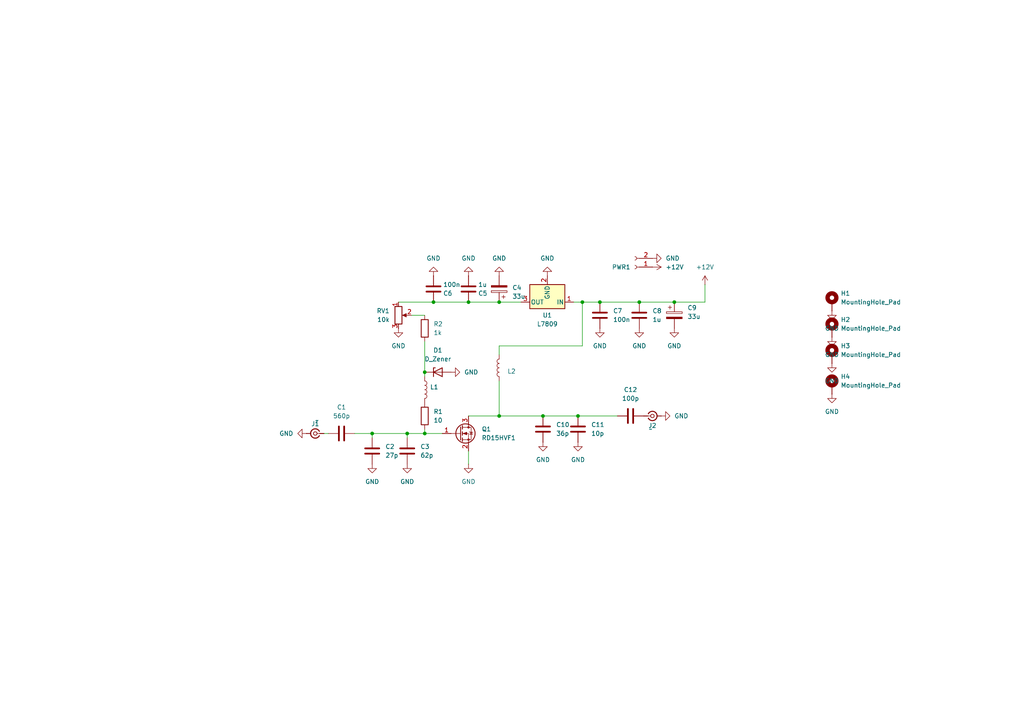
<source format=kicad_sch>
(kicad_sch (version 20231120) (generator "eeschema") (generator_version "8.0")
  (paper "A4")
  (lib_symbols
    (symbol "Connector:Conn_01x02_Socket" (pin_names (offset 1.016) hide)
      (property "Reference" "J" (at 0 2.54 0))
      (property "Value" "Conn_01x02_Socket" (at 0 -5.08 0))
      (symbol "Conn_01x02_Socket_1_1"
        (arc (start 0 -2.032) (mid -0.5058 -2.54) (end 0 -3.048) (stroke (width 0.1524)))
        (polyline (pts (xy -1.27 -2.54) (xy -0.508 -2.54)) (stroke (width 0.1524)))
        (polyline (pts (xy -1.27 0) (xy -0.508 0)) (stroke (width 0.1524)))
        (arc (start 0 0.508) (mid -0.5058 0) (end 0 -0.508) (stroke (width 0.1524)))
        (pin passive line (at -5.08 0 0) (length 3.81) (name "Pin_1") (number "1"))
        (pin passive line (at -5.08 -2.54 0) (length 3.81) (name "Pin_2") (number "2"))
      )
    )
    (symbol "Connector:Conn_Coaxial_Small" (pin_numbers hide) (pin_names (offset 1.016) hide)
      (property "Reference" "J" (at 0.254 3.048 0))
      (property "Value" "Conn_Coaxial_Small" (at 0 -3.81 0))
      (symbol "Conn_Coaxial_Small_0_1"
        (polyline (pts (xy -2.54 0) (xy -0.508 0)))
        (circle (center 0 0) (radius 0.508) (stroke (width 0.2032)))
      )
      (symbol "Conn_Coaxial_Small_1_1"
        (arc (start -1.1916 -0.6311) (mid 0.327 -1.3081) (end 1.3484 0.0039) (stroke (width 0.3048)))
        (arc (start 1.3484 -0.0039) (mid 0.327 1.3081) (end -1.1916 0.6311) (stroke (width 0.3048)))
        (pin passive line (at -2.54 0 0) (length 1.27) (name "In") (number "1"))
        (pin passive line (at 2.54 0 180) (length 1.27) (name "Ext") (number "2"))
      )
    )
    (symbol "Device:C" (pin_numbers hide) (pin_names (offset 0.254))
      (property "Reference" "C" (at 0.635 2.54 0))
      (property "Value" "C" (at 0.635 -2.54 0))
      (symbol "C_0_1"
        (polyline (pts (xy -2.032 -0.762) (xy 2.032 -0.762)) (stroke (width 0.508)))
        (polyline (pts (xy -2.032 0.762) (xy 2.032 0.762)) (stroke (width 0.508)))
      )
      (symbol "C_1_1"
        (pin passive line (at 0 3.81 270) (length 2.794) (name "~") (number "1"))
        (pin passive line (at 0 -3.81 90) (length 2.794) (name "~") (number "2"))
      )
    )
    (symbol "Device:C_Polarized" (pin_numbers hide) (pin_names (offset 0.254))
      (property "Reference" "C" (at 0.635 2.54 0))
      (property "Value" "C_Polarized" (at 0.635 -2.54 0))
      (symbol "C_Polarized_0_1"
        (rectangle (start -2.286 0.508) (end 2.286 1.016))
        (polyline (pts (xy -1.778 2.286) (xy -0.762 2.286)))
        (polyline (pts (xy -1.27 2.794) (xy -1.27 1.778)))
        (rectangle (start 2.286 -0.508) (end -2.286 -1.016) (fill (type outline)))
      )
      (symbol "C_Polarized_1_1"
        (pin passive line (at 0 3.81 270) (length 2.794) (name "~") (number "1"))
        (pin passive line (at 0 -3.81 90) (length 2.794) (name "~") (number "2"))
      )
    )
    (symbol "Device:D_Zener" (pin_numbers hide) (pin_names (offset 1.016) hide)
      (property "Reference" "D" (at 0 2.54 0))
      (property "Value" "D_Zener" (at 0 -2.54 0))
      (symbol "D_Zener_0_1"
        (polyline (pts (xy 1.27 0) (xy -1.27 0)))
        (polyline (pts (xy -1.27 -1.27) (xy -1.27 1.27) (xy -0.762 1.27)) (stroke (width 0.254)))
        (polyline (pts (xy 1.27 -1.27) (xy 1.27 1.27) (xy -1.27 0) (xy 1.27 -1.27)) (stroke (width 0.254)))
      )
      (symbol "D_Zener_1_1"
        (pin passive line (at -3.81 0 0) (length 2.54) (name "K") (number "1"))
        (pin passive line (at 3.81 0 180) (length 2.54) (name "A") (number "2"))
      )
    )
    (symbol "Device:L" (pin_numbers hide) (pin_names (offset 1.016) hide)
      (property "Reference" "L" (at -1.27 0 90))
      (property "Value" "L" (at 1.905 0 90))
      (symbol "L_0_1"
        (arc (start 0 -2.54) (mid 0.6323 -1.905) (end 0 -1.27))
        (arc (start 0 -1.27) (mid 0.6323 -0.635) (end 0 0))
        (arc (start 0 0) (mid 0.6323 0.635) (end 0 1.27))
        (arc (start 0 1.27) (mid 0.6323 1.905) (end 0 2.54))
      )
      (symbol "L_1_1"
        (pin passive line (at 0 3.81 270) (length 1.27) (name "1") (number "1"))
        (pin passive line (at 0 -3.81 90) (length 1.27) (name "2") (number "2"))
      )
    )
    (symbol "Device:Q_NMOS_GSD" (pin_names (offset 0) hide)
      (property "Reference" "Q" (at 5.08 1.27 0))
      (property "Value" "Q_NMOS_GSD" (at 5.08 -1.27 0))
      (symbol "Q_NMOS_GSD_0_1"
        (polyline (pts (xy 0.254 0) (xy -2.54 0)))
        (polyline (pts (xy 0.254 1.905) (xy 0.254 -1.905)) (stroke (width 0.254)))
        (polyline (pts (xy 0.762 -1.27) (xy 0.762 -2.286)) (stroke (width 0.254)))
        (polyline (pts (xy 0.762 0.508) (xy 0.762 -0.508)) (stroke (width 0.254)))
        (polyline (pts (xy 0.762 2.286) (xy 0.762 1.27)) (stroke (width 0.254)))
        (polyline (pts (xy 2.54 2.54) (xy 2.54 1.778)))
        (polyline (pts (xy 2.54 -2.54) (xy 2.54 0) (xy 0.762 0)))
        (polyline (pts (xy 0.762 -1.778) (xy 3.302 -1.778) (xy 3.302 1.778) (xy 0.762 1.778)))
        (polyline (pts (xy 1.016 0) (xy 2.032 0.381) (xy 2.032 -0.381) (xy 1.016 0)) (fill (type outline)))
        (polyline (pts (xy 2.794 0.508) (xy 2.921 0.381) (xy 3.683 0.381) (xy 3.81 0.254)))
        (polyline (pts (xy 3.302 0.381) (xy 2.921 -0.254) (xy 3.683 -0.254) (xy 3.302 0.381)))
        (circle (center 1.651 0) (radius 2.794) (stroke (width 0.254)))
        (circle (center 2.54 -1.778) (radius 0.254) (fill (type outline)))
        (circle (center 2.54 1.778) (radius 0.254) (fill (type outline)))
      )
      (symbol "Q_NMOS_GSD_1_1"
        (pin input line (at -5.08 0 0) (length 2.54) (name "G") (number "1"))
        (pin passive line (at 2.54 -5.08 90) (length 2.54) (name "S") (number "2"))
        (pin passive line (at 2.54 5.08 270) (length 2.54) (name "D") (number "3"))
      )
    )
    (symbol "Device:R" (pin_numbers hide) (pin_names (offset 0))
      (property "Reference" "R" (at 2.032 0 90))
      (property "Value" "R" (at 0 0 90))
      (symbol "R_0_1"
        (rectangle (start -1.016 -2.54) (end 1.016 2.54) (stroke (width 0.254)))
      )
      (symbol "R_1_1"
        (pin passive line (at 0 3.81 270) (length 1.27) (name "~") (number "1"))
        (pin passive line (at 0 -3.81 90) (length 1.27) (name "~") (number "2"))
      )
    )
    (symbol "Device:R_Potentiometer" (pin_names (offset 1.016) hide)
      (property "Reference" "RV" (at -4.445 0 90))
      (property "Value" "R_Potentiometer" (at -2.54 0 90))
      (symbol "R_Potentiometer_0_1"
        (polyline (pts (xy 2.54 0) (xy 1.524 0)))
        (polyline (pts (xy 1.143 0) (xy 2.286 0.508) (xy 2.286 -0.508) (xy 1.143 0)) (fill (type outline)))
        (rectangle (start 1.016 2.54) (end -1.016 -2.54) (stroke (width 0.254)))
      )
      (symbol "R_Potentiometer_1_1"
        (pin passive line (at 0 3.81 270) (length 1.27) (name "1") (number "1"))
        (pin passive line (at 3.81 0 180) (length 1.27) (name "2") (number "2"))
        (pin passive line (at 0 -3.81 90) (length 1.27) (name "3") (number "3"))
      )
    )
    (symbol "Mechanical:MountingHole_Pad" (pin_numbers hide) (pin_names (offset 1.016) hide) (exclude_from_sim yes) (in_bom no)
      (property "Reference" "H" (at 0 6.35 0))
      (property "Value" "MountingHole_Pad" (at 0 4.445 0))
      (symbol "MountingHole_Pad_0_1"
        (circle (center 0 1.27) (radius 1.27) (stroke (width 1.27)))
      )
      (symbol "MountingHole_Pad_1_1"
        (pin input line (at 0 -2.54 90) (length 2.54) (name "1") (number "1"))
      )
    )
    (symbol "Regulator_Linear:L7809" (pin_names (offset 0.254))
      (property "Reference" "U" (at -3.81 3.175 0))
      (property "Value" "L7809" (at 0 3.175 0))
      (symbol "L7809_0_1"
        (rectangle (start -5.08 1.905) (end 5.08 -5.08) (stroke (width 0.254)) (fill (type background)))
      )
      (symbol "L7809_1_1"
        (pin power_in line (at -7.62 0 0) (length 2.54) (name "IN") (number "1"))
        (pin power_in line (at 0 -7.62 90) (length 2.54) (name "GND") (number "2"))
        (pin power_out line (at 7.62 0 180) (length 2.54) (name "OUT") (number "3"))
      )
    )
    (symbol "power:+12V" (power) (pin_numbers hide) (pin_names (offset 0) hide)
      (property "Value" "+12V" (at 0 3.556 0))
      (symbol "+12V_0_1"
        (polyline (pts (xy -0.762 1.27) (xy 0 2.54)))
        (polyline (pts (xy 0 0) (xy 0 2.54)))
        (polyline (pts (xy 0 2.54) (xy 0.762 1.27)))
      )
      (symbol "+12V_1_1"
        (pin power_in line (at 0 0 90) (length 0) (name "~") (number "1"))
      )
    )
    (symbol "power:GND" (power) (pin_numbers hide) (pin_names (offset 0) hide)
      (property "Value" "GND" (at 0 -3.81 0))
      (symbol "GND_0_1"
        (polyline (pts (xy 0 0) (xy 0 -1.27) (xy 1.27 -1.27) (xy 0 -2.54) (xy -1.27 -1.27) (xy 0 -1.27)))
      )
      (symbol "GND_1_1"
        (pin power_in line (at 0 0 270) (length 0) (name "~") (number "1"))
      )
    )
  )
  (junction (at 144.78 87.63))
  (junction (at 135.89 87.63))
  (junction (at 123.19 125.73))
  (junction (at 107.95 125.73))
  (junction (at 125.73 87.63))
  (junction (at 144.78 120.65))
  (junction (at 185.42 87.63))
  (junction (at 168.91 87.63))
  (junction (at 118.11 125.73))
  (junction (at 167.64 120.65))
  (junction (at 173.99 87.63))
  (junction (at 195.58 87.63))
  (junction (at 157.48 120.65))
  (junction (at 123.19 107.95))
  (wire (pts (xy 93.98 125.73) (xy 95.25 125.73)))
  (wire (pts (xy 144.78 110.49) (xy 144.78 120.65)))
  (wire (pts (xy 166.37 87.63) (xy 168.91 87.63)))
  (wire (pts (xy 135.89 134.62) (xy 135.89 130.81)))
  (wire (pts (xy 204.47 82.55) (xy 204.47 87.63)))
  (wire (pts (xy 144.78 120.65) (xy 157.48 120.65)))
  (wire (pts (xy 168.91 87.63) (xy 173.99 87.63)))
  (wire (pts (xy 123.19 107.95) (xy 123.19 99.06)))
  (wire (pts (xy 144.78 100.33) (xy 144.78 102.87)))
  (wire (pts (xy 123.19 125.73) (xy 128.27 125.73)))
  (wire (pts (xy 115.57 87.63) (xy 125.73 87.63)))
  (wire (pts (xy 123.19 109.22) (xy 123.19 107.95)))
  (wire (pts (xy 123.19 124.46) (xy 123.19 125.73)))
  (wire (pts (xy 167.64 120.65) (xy 179.07 120.65)))
  (wire (pts (xy 107.95 125.73) (xy 118.11 125.73)))
  (wire (pts (xy 119.38 91.44) (xy 123.19 91.44)))
  (wire (pts (xy 135.89 120.65) (xy 144.78 120.65)))
  (wire (pts (xy 168.91 87.63) (xy 168.91 100.33)))
  (wire (pts (xy 135.89 87.63) (xy 144.78 87.63)))
  (wire (pts (xy 185.42 87.63) (xy 195.58 87.63)))
  (wire (pts (xy 118.11 125.73) (xy 123.19 125.73)))
  (wire (pts (xy 102.87 125.73) (xy 107.95 125.73)))
  (wire (pts (xy 118.11 125.73) (xy 118.11 127)))
  (wire (pts (xy 168.91 100.33) (xy 144.78 100.33)))
  (wire (pts (xy 173.99 87.63) (xy 185.42 87.63)))
  (wire (pts (xy 157.48 120.65) (xy 167.64 120.65)))
  (wire (pts (xy 195.58 87.63) (xy 204.47 87.63)))
  (wire (pts (xy 125.73 87.63) (xy 135.89 87.63)))
  (wire (pts (xy 107.95 125.73) (xy 107.95 127)))
  (wire (pts (xy 144.78 87.63) (xy 151.13 87.63)))
  (symbol (lib_id "power:GND") (at 144.78 80.01 0) (mirror x) (unit 1)
    (property "Reference" "#PWR06" (effects (hide yes)))
    (property "Value" "GND" (at 144.78 74.93 0))
    (property "Description" "Power symbol creates a global label with name \"GND\" , ground" (effects (hide yes)))
  )
  (symbol (lib_id "power:GND") (at 241.3 97.79 0) (unit 1)
    (property "Reference" "#PWR022" (effects (hide yes)))
    (property "Value" "GND" (at 241.3 102.87 0))
    (property "Description" "Power symbol creates a global label with name \"GND\" , ground" (effects (hide yes)))
  )
  (symbol (lib_id "Device:C") (at 125.73 83.82 0) (mirror y) (unit 1)
    (property "Reference" "C6" (at 128.524 85.09 0) (effects (justify right)))
    (property "Value" "100n" (at 128.524 82.55 0) (effects (justify right)))
    (property "Footprint" "Capacitor_SMD:C_1812_4532Metric_Pad1.57x3.40mm_HandSolder" (effects (hide yes)))
    (property "Description" "Unpolarized capacitor" (effects (hide yes)))
  )
  (symbol (lib_id "power:GND") (at 135.89 134.62 0) (unit 1)
    (property "Reference" "#PWR09" (effects (hide yes)))
    (property "Value" "GND" (at 135.89 139.7 0))
    (property "Description" "Power symbol creates a global label with name \"GND\" , ground" (effects (hide yes)))
  )
  (symbol (lib_id "power:GND") (at 191.77 120.65 90) (mirror x) (unit 1)
    (property "Reference" "#PWR017" (effects (hide yes)))
    (property "Value" "GND" (at 195.58 120.6501 90) (effects (justify right)))
    (property "Description" "Power symbol creates a global label with name \"GND\" , ground" (effects (hide yes)))
  )
  (symbol (lib_id "Device:L") (at 144.78 106.68 180) (unit 1)
    (property "Reference" "L2" (at 149.606 107.696 0) (effects (justify left)))
    (property "Value" "300n" (effects (hide yes)))
    (property "Footprint" "Footprints:Wound_Inductor_L" (effects (hide yes)))
    (property "Description" "Inductor" (effects (hide yes)))
  )
  (symbol (lib_id "Device:C") (at 118.11 130.81 180) (unit 1)
    (property "Reference" "C3" (at 121.92 129.5399 0) (effects (justify right)))
    (property "Value" "62p" (at 121.92 132.0799 0) (effects (justify right)))
    (property "Footprint" "Capacitor_SMD:C_0805_2012Metric_Pad1.18x1.45mm_HandSolder" (effects (hide yes)))
    (property "Description" "Unpolarized capacitor" (effects (hide yes)))
  )
  (symbol (lib_id "Connector:Conn_Coaxial_Small") (at 91.44 125.73 0) (mirror y) (unit 1)
    (property "Reference" "J1" (at 91.44 122.936 0))
    (property "Value" "~" (at 91.9596 121.92 0))
    (property "Footprint" "Connector_Coaxial:SMA_Samtec_SMA-J-P-X-ST-EM1_EdgeMount" (effects (hide yes)))
  )
  (symbol (lib_id "Device:R") (at 123.19 120.65 0) (unit 1)
    (property "Reference" "R1" (at 125.73 119.3799 0) (effects (justify left)))
    (property "Value" "10" (at 125.73 121.9199 0) (effects (justify left)))
    (property "Footprint" "Resistor_SMD:R_0805_2012Metric_Pad1.20x1.40mm_HandSolder" (effects (hide yes)))
    (property "Description" "Resistor" (effects (hide yes)))
  )
  (symbol (lib_id "power:GND") (at 167.64 128.27 0) (unit 1)
    (property "Reference" "#PWR016" (effects (hide yes)))
    (property "Value" "GND" (at 167.64 133.35 0))
    (property "Description" "Power symbol creates a global label with name \"GND\" , ground" (effects (hide yes)))
  )
  (symbol (lib_id "power:GND") (at 241.3 114.3 0) (unit 1)
    (property "Reference" "#PWR020" (effects (hide yes)))
    (property "Value" "GND" (at 241.3 119.38 0))
    (property "Description" "Power symbol creates a global label with name \"GND\" , ground" (effects (hide yes)))
  )
  (symbol (lib_id "power:+12V") (at 204.47 82.55 0) (unit 1)
    (property "Reference" "#PWR02" (effects (hide yes)))
    (property "Value" "+12V" (at 204.47 77.47 0))
    (property "Description" "Power symbol creates a global label with name \"+12V\"" (effects (hide yes)))
  )
  (symbol (lib_id "Device:C") (at 157.48 124.46 180) (unit 1)
    (property "Reference" "C10" (at 161.29 123.1899 0) (effects (justify right)))
    (property "Value" "36p" (at 161.29 125.7299 0) (effects (justify right)))
    (property "Footprint" "Capacitor_SMD:C_0805_2012Metric_Pad1.18x1.45mm_HandSolder" (effects (hide yes)))
    (property "Description" "Unpolarized capacitor" (effects (hide yes)))
  )
  (symbol (lib_id "Connector:Conn_01x02_Socket") (at 184.15 77.47 180) (unit 1)
    (property "Reference" "PWR1" (at 182.88 77.4701 0) (effects (justify left)))
    (property "Value" "Conn_01x02_Socket" (effects (hide yes)))
    (property "Footprint" "Footprints:Power_Conn" (effects (hide yes)))
    (property "Description" "Generic connector, single row, 01x02, script generated" (effects (hide yes)))
  )
  (symbol (lib_id "power:GND") (at 125.73 80.01 0) (mirror x) (unit 1)
    (property "Reference" "#PWR08" (effects (hide yes)))
    (property "Value" "GND" (at 125.73 74.93 0))
    (property "Description" "Power symbol creates a global label with name \"GND\" , ground" (effects (hide yes)))
  )
  (symbol (lib_id "Device:D_Zener") (at 127 107.95 0) (unit 1)
    (property "Reference" "D1" (at 127 101.6 0))
    (property "Value" "D_Zener" (at 127 104.14 0))
    (property "Footprint" "Diode_SMD:D_MiniMELF_Handsoldering" (effects (hide yes)))
    (property "Description" "Zener diode" (effects (hide yes)))
  )
  (symbol (lib_id "power:GND") (at 195.58 95.25 0) (unit 1)
    (property "Reference" "#PWR012" (effects (hide yes)))
    (property "Value" "GND" (at 195.58 100.33 0))
    (property "Description" "Power symbol creates a global label with name \"GND\" , ground" (effects (hide yes)))
  )
  (symbol (lib_id "Device:Q_NMOS_GSD") (at 133.35 125.73 0) (unit 1)
    (property "Reference" "Q1" (at 139.7 124.4599 0) (effects (justify left)))
    (property "Value" "RD15HVF1" (at 139.7 126.9999 0) (effects (justify left)))
    (property "Footprint" "Footprints:TO-220 SMD" (effects (hide yes)))
  )
  (symbol (lib_id "Device:C") (at 99.06 125.73 90) (unit 1)
    (property "Reference" "C1" (at 99.06 118.11 90))
    (property "Value" "560p" (at 99.06 120.65 90))
    (property "Footprint" "Capacitor_SMD:C_0805_2012Metric_Pad1.18x1.45mm_HandSolder" (effects (hide yes)))
    (property "Description" "Unpolarized capacitor" (effects (hide yes)))
  )
  (symbol (lib_id "power:GND") (at 173.99 95.25 0) (unit 1)
    (property "Reference" "#PWR010" (effects (hide yes)))
    (property "Value" "GND" (at 173.99 100.33 0))
    (property "Description" "Power symbol creates a global label with name \"GND\" , ground" (effects (hide yes)))
  )
  (symbol (lib_id "Device:C_Polarized") (at 144.78 83.82 180) (unit 1)
    (property "Reference" "C4" (at 148.59 83.4389 0) (effects (justify right)))
    (property "Value" "33u" (at 148.59 85.9789 0) (effects (justify right)))
    (property "Footprint" "Capacitor_SMD:CP_Elec_5x5.4" (effects (hide yes)))
    (property "Description" "Polarized capacitor" (effects (hide yes)))
  )
  (symbol (lib_id "Device:C") (at 182.88 120.65 90) (unit 1)
    (property "Reference" "C12" (at 182.88 113.03 90))
    (property "Value" "100p" (at 182.88 115.57 90))
    (property "Footprint" "Capacitor_SMD:C_0805_2012Metric_Pad1.18x1.45mm_HandSolder" (effects (hide yes)))
    (property "Description" "Unpolarized capacitor" (effects (hide yes)))
  )
  (symbol (lib_id "power:GND") (at 189.23 74.93 90) (mirror x) (unit 1)
    (property "Reference" "#PWR019" (effects (hide yes)))
    (property "Value" "GND" (at 193.04 74.9299 90) (effects (justify right)))
    (property "Description" "Power symbol creates a global label with name \"GND\" , ground" (effects (hide yes)))
  )
  (symbol (lib_id "power:GND") (at 135.89 80.01 0) (mirror x) (unit 1)
    (property "Reference" "#PWR07" (effects (hide yes)))
    (property "Value" "GND" (at 135.89 74.93 0))
    (property "Description" "Power symbol creates a global label with name \"GND\" , ground" (effects (hide yes)))
  )
  (symbol (lib_id "power:GND") (at 157.48 128.27 0) (unit 1)
    (property "Reference" "#PWR015" (effects (hide yes)))
    (property "Value" "GND" (at 157.48 133.35 0))
    (property "Description" "Power symbol creates a global label with name \"GND\" , ground" (effects (hide yes)))
  )
  (symbol (lib_id "Mechanical:MountingHole_Pad") (at 241.3 102.87 0) (unit 1) (exclude_from_sim yes) (in_bom no)
    (property "Reference" "H3" (at 243.84 100.3299 0) (effects (justify left)))
    (property "Value" "MountingHole_Pad" (at 243.84 102.8699 0) (effects (justify left)))
    (property "Footprint" "MountingHole:MountingHole_3.2mm_M3_DIN965_Pad" (effects (hide yes)))
    (property "Description" "Mounting Hole with connection" (effects (hide yes)))
  )
  (symbol (lib_id "power:GND") (at 88.9 125.73 270) (mirror x) (unit 1)
    (property "Reference" "#PWR01" (effects (hide yes)))
    (property "Value" "GND" (at 85.09 125.7299 90) (effects (justify right)))
    (property "Description" "Power symbol creates a global label with name \"GND\" , ground" (effects (hide yes)))
  )
  (symbol (lib_id "Device:L") (at 123.19 113.03 0) (unit 1)
    (property "Reference" "L1" (at 124.714 112.268 0) (effects (justify left)))
    (property "Value" "300n" (effects (hide yes)))
    (property "Footprint" "Footprints:Wound_Inductor_L" (effects (hide yes)))
    (property "Description" "Inductor" (effects (hide yes)))
  )
  (symbol (lib_id "Device:C") (at 173.99 91.44 180) (unit 1)
    (property "Reference" "C7" (at 177.8 90.1699 0) (effects (justify right)))
    (property "Value" "100n" (at 177.8 92.7099 0) (effects (justify right)))
    (property "Footprint" "Capacitor_SMD:C_1812_4532Metric_Pad1.57x3.40mm_HandSolder" (effects (hide yes)))
    (property "Description" "Unpolarized capacitor" (effects (hide yes)))
  )
  (symbol (lib_id "power:GND") (at 241.3 105.41 0) (unit 1)
    (property "Reference" "#PWR021" (effects (hide yes)))
    (property "Value" "GND" (at 241.3 110.49 0))
    (property "Description" "Power symbol creates a global label with name \"GND\" , ground" (effects (hide yes)))
  )
  (symbol (lib_id "Device:C") (at 167.64 124.46 180) (unit 1)
    (property "Reference" "C11" (at 171.45 123.1899 0) (effects (justify right)))
    (property "Value" "10p" (at 171.45 125.7299 0) (effects (justify right)))
    (property "Footprint" "Capacitor_SMD:C_0805_2012Metric_Pad1.18x1.45mm_HandSolder" (effects (hide yes)))
    (property "Description" "Unpolarized capacitor" (effects (hide yes)))
  )
  (symbol (lib_id "power:GND") (at 241.3 90.17 0) (unit 1)
    (property "Reference" "#PWR023" (effects (hide yes)))
    (property "Value" "GND" (at 241.3 95.25 0))
    (property "Description" "Power symbol creates a global label with name \"GND\" , ground" (effects (hide yes)))
  )
  (symbol (lib_id "Regulator_Linear:L7809") (at 158.75 87.63 180) (unit 1)
    (property "Reference" "U1" (at 158.75 91.44 0))
    (property "Value" "L7809" (at 158.75 93.98 0))
    (property "Footprint" "Footprints:TO-220 SMD" (effects (hide yes)))
  )
  (symbol (lib_id "Device:R_Potentiometer") (at 115.57 91.44 0) (unit 1)
    (property "Reference" "RV1" (at 113.03 90.1699 0) (effects (justify right)))
    (property "Value" "10k" (at 113.03 92.7099 0) (effects (justify right)))
    (property "Footprint" "Potentiometer_SMD:Potentiometer_Bourns_3314G_Vertical" (effects (hide yes)))
    (property "Description" "Potentiometer" (effects (hide yes)))
  )
  (symbol (lib_id "Device:C") (at 185.42 91.44 180) (unit 1)
    (property "Reference" "C8" (at 189.23 90.1699 0) (effects (justify right)))
    (property "Value" "1u" (at 189.23 92.7099 0) (effects (justify right)))
    (property "Footprint" "Capacitor_SMD:C_1812_4532Metric_Pad1.57x3.40mm_HandSolder" (effects (hide yes)))
    (property "Description" "Unpolarized capacitor" (effects (hide yes)))
  )
  (symbol (lib_id "power:GND") (at 115.57 95.25 0) (unit 1)
    (property "Reference" "#PWR013" (effects (hide yes)))
    (property "Value" "GND" (at 115.57 100.33 0))
    (property "Description" "Power symbol creates a global label with name \"GND\" , ground" (effects (hide yes)))
  )
  (symbol (lib_id "Connector:Conn_Coaxial_Small") (at 189.23 120.65 0) (mirror x) (unit 1)
    (property "Reference" "J2" (at 189.23 123.444 0))
    (property "Value" "~" (at 188.7104 124.46 0))
    (property "Footprint" "Connector_Coaxial:SMA_Samtec_SMA-J-P-X-ST-EM1_EdgeMount" (effects (hide yes)))
  )
  (symbol (lib_id "power:GND") (at 158.75 80.01 180) (unit 1)
    (property "Reference" "#PWR03" (effects (hide yes)))
    (property "Value" "GND" (at 158.75 74.93 0))
    (property "Description" "Power symbol creates a global label with name \"GND\" , ground" (effects (hide yes)))
  )
  (symbol (lib_id "Device:C") (at 107.95 130.81 180) (unit 1)
    (property "Reference" "C2" (at 111.76 129.5399 0) (effects (justify right)))
    (property "Value" "27p" (at 111.76 132.0799 0) (effects (justify right)))
    (property "Footprint" "Capacitor_SMD:C_0805_2012Metric_Pad1.18x1.45mm_HandSolder" (effects (hide yes)))
    (property "Description" "Unpolarized capacitor" (effects (hide yes)))
  )
  (symbol (lib_id "Device:C") (at 135.89 83.82 0) (mirror y) (unit 1)
    (property "Reference" "C5" (at 138.684 85.09 0) (effects (justify right)))
    (property "Value" "1u" (at 138.684 82.55 0) (effects (justify right)))
    (property "Footprint" "Capacitor_SMD:C_1812_4532Metric_Pad1.57x3.40mm_HandSolder" (effects (hide yes)))
    (property "Description" "Unpolarized capacitor" (effects (hide yes)))
  )
  (symbol (lib_id "power:+12V") (at 189.23 77.47 270) (mirror x) (unit 1)
    (property "Reference" "#PWR018" (effects (hide yes)))
    (property "Value" "+12V" (at 193.04 77.4699 90) (effects (justify left)))
    (property "Description" "Power symbol creates a global label with name \"+12V\"" (effects (hide yes)))
  )
  (symbol (lib_id "Mechanical:MountingHole_Pad") (at 241.3 111.76 0) (unit 1) (exclude_from_sim yes) (in_bom no)
    (property "Reference" "H4" (at 243.84 109.2199 0) (effects (justify left)))
    (property "Value" "MountingHole_Pad" (at 243.84 111.7599 0) (effects (justify left)))
    (property "Footprint" "MountingHole:MountingHole_3.2mm_M3_DIN965_Pad" (effects (hide yes)))
    (property "Description" "Mounting Hole with connection" (effects (hide yes)))
  )
  (symbol (lib_id "power:GND") (at 107.95 134.62 0) (unit 1)
    (property "Reference" "#PWR04" (effects (hide yes)))
    (property "Value" "GND" (at 107.95 139.7 0))
    (property "Description" "Power symbol creates a global label with name \"GND\" , ground" (effects (hide yes)))
  )
  (symbol (lib_id "Device:R") (at 123.19 95.25 0) (unit 1)
    (property "Reference" "R2" (at 125.73 93.9799 0) (effects (justify left)))
    (property "Value" "1k" (at 125.73 96.5199 0) (effects (justify left)))
    (property "Footprint" "Resistor_SMD:R_0805_2012Metric_Pad1.20x1.40mm_HandSolder" (effects (hide yes)))
    (property "Description" "Resistor" (effects (hide yes)))
  )
  (symbol (lib_id "power:GND") (at 130.81 107.95 90) (unit 1)
    (property "Reference" "#PWR014" (effects (hide yes)))
    (property "Value" "GND" (at 134.62 107.9499 90) (effects (justify right)))
    (property "Description" "Power symbol creates a global label with name \"GND\" , ground" (effects (hide yes)))
  )
  (symbol (lib_id "Mechanical:MountingHole_Pad") (at 241.3 95.25 0) (unit 1) (exclude_from_sim yes) (in_bom no)
    (property "Reference" "H2" (at 243.84 92.7099 0) (effects (justify left)))
    (property "Value" "MountingHole_Pad" (at 243.84 95.2499 0) (effects (justify left)))
    (property "Footprint" "MountingHole:MountingHole_3.2mm_M3_DIN965_Pad" (effects (hide yes)))
    (property "Description" "Mounting Hole with connection" (effects (hide yes)))
  )
  (symbol (lib_id "power:GND") (at 118.11 134.62 0) (unit 1)
    (property "Reference" "#PWR05" (effects (hide yes)))
    (property "Value" "GND" (at 118.11 139.7 0))
    (property "Description" "Power symbol creates a global label with name \"GND\" , ground" (effects (hide yes)))
  )
  (symbol (lib_id "Mechanical:MountingHole_Pad") (at 241.3 87.63 0) (unit 1) (exclude_from_sim yes) (in_bom no)
    (property "Reference" "H1" (at 243.84 85.0899 0) (effects (justify left)))
    (property "Value" "MountingHole_Pad" (at 243.84 87.6299 0) (effects (justify left)))
    (property "Footprint" "MountingHole:MountingHole_3.2mm_M3_DIN965_Pad" (effects (hide yes)))
    (property "Description" "Mounting Hole with connection" (effects (hide yes)))
  )
  (symbol (lib_id "Device:C_Polarized") (at 195.58 91.44 0) (unit 1)
    (property "Reference" "C9" (at 199.39 89.2809 0) (effects (justify left)))
    (property "Value" "33u" (at 199.39 91.8209 0) (effects (justify left)))
    (property "Footprint" "Capacitor_SMD:CP_Elec_5x5.4" (effects (hide yes)))
    (property "Description" "Polarized capacitor" (effects (hide yes)))
  )
  (symbol (lib_id "power:GND") (at 185.42 95.25 0) (unit 1)
    (property "Reference" "#PWR011" (effects (hide yes)))
    (property "Value" "GND" (at 185.42 100.33 0))
    (property "Description" "Power symbol creates a global label with name \"GND\" , ground" (effects (hide yes)))
  )
)
</source>
